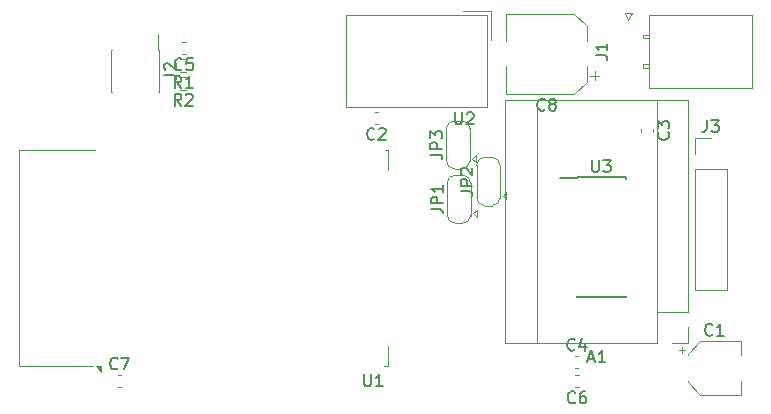
<source format=gbr>
G04 #@! TF.GenerationSoftware,KiCad,Pcbnew,9.0.1*
G04 #@! TF.CreationDate,2025-04-16T16:06:57+02:00*
G04 #@! TF.ProjectId,RulleGardin,52756c6c-6547-4617-9264-696e2e6b6963,rev?*
G04 #@! TF.SameCoordinates,Original*
G04 #@! TF.FileFunction,Legend,Top*
G04 #@! TF.FilePolarity,Positive*
%FSLAX46Y46*%
G04 Gerber Fmt 4.6, Leading zero omitted, Abs format (unit mm)*
G04 Created by KiCad (PCBNEW 9.0.1) date 2025-04-16 16:06:57*
%MOMM*%
%LPD*%
G01*
G04 APERTURE LIST*
%ADD10C,0.150000*%
%ADD11C,0.120000*%
G04 APERTURE END LIST*
D10*
X200133333Y-113659580D02*
X200085714Y-113707200D01*
X200085714Y-113707200D02*
X199942857Y-113754819D01*
X199942857Y-113754819D02*
X199847619Y-113754819D01*
X199847619Y-113754819D02*
X199704762Y-113707200D01*
X199704762Y-113707200D02*
X199609524Y-113611961D01*
X199609524Y-113611961D02*
X199561905Y-113516723D01*
X199561905Y-113516723D02*
X199514286Y-113326247D01*
X199514286Y-113326247D02*
X199514286Y-113183390D01*
X199514286Y-113183390D02*
X199561905Y-112992914D01*
X199561905Y-112992914D02*
X199609524Y-112897676D01*
X199609524Y-112897676D02*
X199704762Y-112802438D01*
X199704762Y-112802438D02*
X199847619Y-112754819D01*
X199847619Y-112754819D02*
X199942857Y-112754819D01*
X199942857Y-112754819D02*
X200085714Y-112802438D01*
X200085714Y-112802438D02*
X200133333Y-112850057D01*
X201085714Y-113754819D02*
X200514286Y-113754819D01*
X200800000Y-113754819D02*
X200800000Y-112754819D01*
X200800000Y-112754819D02*
X200704762Y-112897676D01*
X200704762Y-112897676D02*
X200609524Y-112992914D01*
X200609524Y-112992914D02*
X200514286Y-113040533D01*
X171508333Y-97089580D02*
X171460714Y-97137200D01*
X171460714Y-97137200D02*
X171317857Y-97184819D01*
X171317857Y-97184819D02*
X171222619Y-97184819D01*
X171222619Y-97184819D02*
X171079762Y-97137200D01*
X171079762Y-97137200D02*
X170984524Y-97041961D01*
X170984524Y-97041961D02*
X170936905Y-96946723D01*
X170936905Y-96946723D02*
X170889286Y-96756247D01*
X170889286Y-96756247D02*
X170889286Y-96613390D01*
X170889286Y-96613390D02*
X170936905Y-96422914D01*
X170936905Y-96422914D02*
X170984524Y-96327676D01*
X170984524Y-96327676D02*
X171079762Y-96232438D01*
X171079762Y-96232438D02*
X171222619Y-96184819D01*
X171222619Y-96184819D02*
X171317857Y-96184819D01*
X171317857Y-96184819D02*
X171460714Y-96232438D01*
X171460714Y-96232438D02*
X171508333Y-96280057D01*
X171889286Y-96280057D02*
X171936905Y-96232438D01*
X171936905Y-96232438D02*
X172032143Y-96184819D01*
X172032143Y-96184819D02*
X172270238Y-96184819D01*
X172270238Y-96184819D02*
X172365476Y-96232438D01*
X172365476Y-96232438D02*
X172413095Y-96280057D01*
X172413095Y-96280057D02*
X172460714Y-96375295D01*
X172460714Y-96375295D02*
X172460714Y-96470533D01*
X172460714Y-96470533D02*
X172413095Y-96613390D01*
X172413095Y-96613390D02*
X171841667Y-97184819D01*
X171841667Y-97184819D02*
X172460714Y-97184819D01*
X196389580Y-96541666D02*
X196437200Y-96589285D01*
X196437200Y-96589285D02*
X196484819Y-96732142D01*
X196484819Y-96732142D02*
X196484819Y-96827380D01*
X196484819Y-96827380D02*
X196437200Y-96970237D01*
X196437200Y-96970237D02*
X196341961Y-97065475D01*
X196341961Y-97065475D02*
X196246723Y-97113094D01*
X196246723Y-97113094D02*
X196056247Y-97160713D01*
X196056247Y-97160713D02*
X195913390Y-97160713D01*
X195913390Y-97160713D02*
X195722914Y-97113094D01*
X195722914Y-97113094D02*
X195627676Y-97065475D01*
X195627676Y-97065475D02*
X195532438Y-96970237D01*
X195532438Y-96970237D02*
X195484819Y-96827380D01*
X195484819Y-96827380D02*
X195484819Y-96732142D01*
X195484819Y-96732142D02*
X195532438Y-96589285D01*
X195532438Y-96589285D02*
X195580057Y-96541666D01*
X195484819Y-96208332D02*
X195484819Y-95589285D01*
X195484819Y-95589285D02*
X195865771Y-95922618D01*
X195865771Y-95922618D02*
X195865771Y-95779761D01*
X195865771Y-95779761D02*
X195913390Y-95684523D01*
X195913390Y-95684523D02*
X195961009Y-95636904D01*
X195961009Y-95636904D02*
X196056247Y-95589285D01*
X196056247Y-95589285D02*
X196294342Y-95589285D01*
X196294342Y-95589285D02*
X196389580Y-95636904D01*
X196389580Y-95636904D02*
X196437200Y-95684523D01*
X196437200Y-95684523D02*
X196484819Y-95779761D01*
X196484819Y-95779761D02*
X196484819Y-96065475D01*
X196484819Y-96065475D02*
X196437200Y-96160713D01*
X196437200Y-96160713D02*
X196389580Y-96208332D01*
X188470833Y-114929580D02*
X188423214Y-114977200D01*
X188423214Y-114977200D02*
X188280357Y-115024819D01*
X188280357Y-115024819D02*
X188185119Y-115024819D01*
X188185119Y-115024819D02*
X188042262Y-114977200D01*
X188042262Y-114977200D02*
X187947024Y-114881961D01*
X187947024Y-114881961D02*
X187899405Y-114786723D01*
X187899405Y-114786723D02*
X187851786Y-114596247D01*
X187851786Y-114596247D02*
X187851786Y-114453390D01*
X187851786Y-114453390D02*
X187899405Y-114262914D01*
X187899405Y-114262914D02*
X187947024Y-114167676D01*
X187947024Y-114167676D02*
X188042262Y-114072438D01*
X188042262Y-114072438D02*
X188185119Y-114024819D01*
X188185119Y-114024819D02*
X188280357Y-114024819D01*
X188280357Y-114024819D02*
X188423214Y-114072438D01*
X188423214Y-114072438D02*
X188470833Y-114120057D01*
X189327976Y-114358152D02*
X189327976Y-115024819D01*
X189089881Y-113977200D02*
X188851786Y-114691485D01*
X188851786Y-114691485D02*
X189470833Y-114691485D01*
X199666666Y-95504819D02*
X199666666Y-96219104D01*
X199666666Y-96219104D02*
X199619047Y-96361961D01*
X199619047Y-96361961D02*
X199523809Y-96457200D01*
X199523809Y-96457200D02*
X199380952Y-96504819D01*
X199380952Y-96504819D02*
X199285714Y-96504819D01*
X200047619Y-95504819D02*
X200666666Y-95504819D01*
X200666666Y-95504819D02*
X200333333Y-95885771D01*
X200333333Y-95885771D02*
X200476190Y-95885771D01*
X200476190Y-95885771D02*
X200571428Y-95933390D01*
X200571428Y-95933390D02*
X200619047Y-95981009D01*
X200619047Y-95981009D02*
X200666666Y-96076247D01*
X200666666Y-96076247D02*
X200666666Y-96314342D01*
X200666666Y-96314342D02*
X200619047Y-96409580D01*
X200619047Y-96409580D02*
X200571428Y-96457200D01*
X200571428Y-96457200D02*
X200476190Y-96504819D01*
X200476190Y-96504819D02*
X200190476Y-96504819D01*
X200190476Y-96504819D02*
X200095238Y-96457200D01*
X200095238Y-96457200D02*
X200047619Y-96409580D01*
X155158333Y-92784819D02*
X154825000Y-92308628D01*
X154586905Y-92784819D02*
X154586905Y-91784819D01*
X154586905Y-91784819D02*
X154967857Y-91784819D01*
X154967857Y-91784819D02*
X155063095Y-91832438D01*
X155063095Y-91832438D02*
X155110714Y-91880057D01*
X155110714Y-91880057D02*
X155158333Y-91975295D01*
X155158333Y-91975295D02*
X155158333Y-92118152D01*
X155158333Y-92118152D02*
X155110714Y-92213390D01*
X155110714Y-92213390D02*
X155063095Y-92261009D01*
X155063095Y-92261009D02*
X154967857Y-92308628D01*
X154967857Y-92308628D02*
X154586905Y-92308628D01*
X156110714Y-92784819D02*
X155539286Y-92784819D01*
X155825000Y-92784819D02*
X155825000Y-91784819D01*
X155825000Y-91784819D02*
X155729762Y-91927676D01*
X155729762Y-91927676D02*
X155634524Y-92022914D01*
X155634524Y-92022914D02*
X155539286Y-92070533D01*
X155158333Y-94284819D02*
X154825000Y-93808628D01*
X154586905Y-94284819D02*
X154586905Y-93284819D01*
X154586905Y-93284819D02*
X154967857Y-93284819D01*
X154967857Y-93284819D02*
X155063095Y-93332438D01*
X155063095Y-93332438D02*
X155110714Y-93380057D01*
X155110714Y-93380057D02*
X155158333Y-93475295D01*
X155158333Y-93475295D02*
X155158333Y-93618152D01*
X155158333Y-93618152D02*
X155110714Y-93713390D01*
X155110714Y-93713390D02*
X155063095Y-93761009D01*
X155063095Y-93761009D02*
X154967857Y-93808628D01*
X154967857Y-93808628D02*
X154586905Y-93808628D01*
X155539286Y-93380057D02*
X155586905Y-93332438D01*
X155586905Y-93332438D02*
X155682143Y-93284819D01*
X155682143Y-93284819D02*
X155920238Y-93284819D01*
X155920238Y-93284819D02*
X156015476Y-93332438D01*
X156015476Y-93332438D02*
X156063095Y-93380057D01*
X156063095Y-93380057D02*
X156110714Y-93475295D01*
X156110714Y-93475295D02*
X156110714Y-93570533D01*
X156110714Y-93570533D02*
X156063095Y-93713390D01*
X156063095Y-93713390D02*
X155491667Y-94284819D01*
X155491667Y-94284819D02*
X156110714Y-94284819D01*
X153699819Y-91683333D02*
X154414104Y-91683333D01*
X154414104Y-91683333D02*
X154556961Y-91730952D01*
X154556961Y-91730952D02*
X154652200Y-91826190D01*
X154652200Y-91826190D02*
X154699819Y-91969047D01*
X154699819Y-91969047D02*
X154699819Y-92064285D01*
X153795057Y-91254761D02*
X153747438Y-91207142D01*
X153747438Y-91207142D02*
X153699819Y-91111904D01*
X153699819Y-91111904D02*
X153699819Y-90873809D01*
X153699819Y-90873809D02*
X153747438Y-90778571D01*
X153747438Y-90778571D02*
X153795057Y-90730952D01*
X153795057Y-90730952D02*
X153890295Y-90683333D01*
X153890295Y-90683333D02*
X153985533Y-90683333D01*
X153985533Y-90683333D02*
X154128390Y-90730952D01*
X154128390Y-90730952D02*
X154699819Y-91302380D01*
X154699819Y-91302380D02*
X154699819Y-90683333D01*
X190239819Y-90033333D02*
X190954104Y-90033333D01*
X190954104Y-90033333D02*
X191096961Y-90080952D01*
X191096961Y-90080952D02*
X191192200Y-90176190D01*
X191192200Y-90176190D02*
X191239819Y-90319047D01*
X191239819Y-90319047D02*
X191239819Y-90414285D01*
X191239819Y-89033333D02*
X191239819Y-89604761D01*
X191239819Y-89319047D02*
X190239819Y-89319047D01*
X190239819Y-89319047D02*
X190382676Y-89414285D01*
X190382676Y-89414285D02*
X190477914Y-89509523D01*
X190477914Y-89509523D02*
X190525533Y-89604761D01*
X189635714Y-115709104D02*
X190111904Y-115709104D01*
X189540476Y-115994819D02*
X189873809Y-114994819D01*
X189873809Y-114994819D02*
X190207142Y-115994819D01*
X191064285Y-115994819D02*
X190492857Y-115994819D01*
X190778571Y-115994819D02*
X190778571Y-114994819D01*
X190778571Y-114994819D02*
X190683333Y-115137676D01*
X190683333Y-115137676D02*
X190588095Y-115232914D01*
X190588095Y-115232914D02*
X190492857Y-115280533D01*
X189938095Y-98899819D02*
X189938095Y-99709342D01*
X189938095Y-99709342D02*
X189985714Y-99804580D01*
X189985714Y-99804580D02*
X190033333Y-99852200D01*
X190033333Y-99852200D02*
X190128571Y-99899819D01*
X190128571Y-99899819D02*
X190319047Y-99899819D01*
X190319047Y-99899819D02*
X190414285Y-99852200D01*
X190414285Y-99852200D02*
X190461904Y-99804580D01*
X190461904Y-99804580D02*
X190509523Y-99709342D01*
X190509523Y-99709342D02*
X190509523Y-98899819D01*
X190890476Y-98899819D02*
X191509523Y-98899819D01*
X191509523Y-98899819D02*
X191176190Y-99280771D01*
X191176190Y-99280771D02*
X191319047Y-99280771D01*
X191319047Y-99280771D02*
X191414285Y-99328390D01*
X191414285Y-99328390D02*
X191461904Y-99376009D01*
X191461904Y-99376009D02*
X191509523Y-99471247D01*
X191509523Y-99471247D02*
X191509523Y-99709342D01*
X191509523Y-99709342D02*
X191461904Y-99804580D01*
X191461904Y-99804580D02*
X191414285Y-99852200D01*
X191414285Y-99852200D02*
X191319047Y-99899819D01*
X191319047Y-99899819D02*
X191033333Y-99899819D01*
X191033333Y-99899819D02*
X190938095Y-99852200D01*
X190938095Y-99852200D02*
X190890476Y-99804580D01*
X178338095Y-94864819D02*
X178338095Y-95674342D01*
X178338095Y-95674342D02*
X178385714Y-95769580D01*
X178385714Y-95769580D02*
X178433333Y-95817200D01*
X178433333Y-95817200D02*
X178528571Y-95864819D01*
X178528571Y-95864819D02*
X178719047Y-95864819D01*
X178719047Y-95864819D02*
X178814285Y-95817200D01*
X178814285Y-95817200D02*
X178861904Y-95769580D01*
X178861904Y-95769580D02*
X178909523Y-95674342D01*
X178909523Y-95674342D02*
X178909523Y-94864819D01*
X179338095Y-94960057D02*
X179385714Y-94912438D01*
X179385714Y-94912438D02*
X179480952Y-94864819D01*
X179480952Y-94864819D02*
X179719047Y-94864819D01*
X179719047Y-94864819D02*
X179814285Y-94912438D01*
X179814285Y-94912438D02*
X179861904Y-94960057D01*
X179861904Y-94960057D02*
X179909523Y-95055295D01*
X179909523Y-95055295D02*
X179909523Y-95150533D01*
X179909523Y-95150533D02*
X179861904Y-95293390D01*
X179861904Y-95293390D02*
X179290476Y-95864819D01*
X179290476Y-95864819D02*
X179909523Y-95864819D01*
X170643095Y-117039819D02*
X170643095Y-117849342D01*
X170643095Y-117849342D02*
X170690714Y-117944580D01*
X170690714Y-117944580D02*
X170738333Y-117992200D01*
X170738333Y-117992200D02*
X170833571Y-118039819D01*
X170833571Y-118039819D02*
X171024047Y-118039819D01*
X171024047Y-118039819D02*
X171119285Y-117992200D01*
X171119285Y-117992200D02*
X171166904Y-117944580D01*
X171166904Y-117944580D02*
X171214523Y-117849342D01*
X171214523Y-117849342D02*
X171214523Y-117039819D01*
X172214523Y-118039819D02*
X171643095Y-118039819D01*
X171928809Y-118039819D02*
X171928809Y-117039819D01*
X171928809Y-117039819D02*
X171833571Y-117182676D01*
X171833571Y-117182676D02*
X171738333Y-117277914D01*
X171738333Y-117277914D02*
X171643095Y-117325533D01*
X176312319Y-103033333D02*
X177026604Y-103033333D01*
X177026604Y-103033333D02*
X177169461Y-103080952D01*
X177169461Y-103080952D02*
X177264700Y-103176190D01*
X177264700Y-103176190D02*
X177312319Y-103319047D01*
X177312319Y-103319047D02*
X177312319Y-103414285D01*
X177312319Y-102557142D02*
X176312319Y-102557142D01*
X176312319Y-102557142D02*
X176312319Y-102176190D01*
X176312319Y-102176190D02*
X176359938Y-102080952D01*
X176359938Y-102080952D02*
X176407557Y-102033333D01*
X176407557Y-102033333D02*
X176502795Y-101985714D01*
X176502795Y-101985714D02*
X176645652Y-101985714D01*
X176645652Y-101985714D02*
X176740890Y-102033333D01*
X176740890Y-102033333D02*
X176788509Y-102080952D01*
X176788509Y-102080952D02*
X176836128Y-102176190D01*
X176836128Y-102176190D02*
X176836128Y-102557142D01*
X177312319Y-101033333D02*
X177312319Y-101604761D01*
X177312319Y-101319047D02*
X176312319Y-101319047D01*
X176312319Y-101319047D02*
X176455176Y-101414285D01*
X176455176Y-101414285D02*
X176550414Y-101509523D01*
X176550414Y-101509523D02*
X176598033Y-101604761D01*
X155208333Y-91189580D02*
X155160714Y-91237200D01*
X155160714Y-91237200D02*
X155017857Y-91284819D01*
X155017857Y-91284819D02*
X154922619Y-91284819D01*
X154922619Y-91284819D02*
X154779762Y-91237200D01*
X154779762Y-91237200D02*
X154684524Y-91141961D01*
X154684524Y-91141961D02*
X154636905Y-91046723D01*
X154636905Y-91046723D02*
X154589286Y-90856247D01*
X154589286Y-90856247D02*
X154589286Y-90713390D01*
X154589286Y-90713390D02*
X154636905Y-90522914D01*
X154636905Y-90522914D02*
X154684524Y-90427676D01*
X154684524Y-90427676D02*
X154779762Y-90332438D01*
X154779762Y-90332438D02*
X154922619Y-90284819D01*
X154922619Y-90284819D02*
X155017857Y-90284819D01*
X155017857Y-90284819D02*
X155160714Y-90332438D01*
X155160714Y-90332438D02*
X155208333Y-90380057D01*
X156113095Y-90284819D02*
X155636905Y-90284819D01*
X155636905Y-90284819D02*
X155589286Y-90761009D01*
X155589286Y-90761009D02*
X155636905Y-90713390D01*
X155636905Y-90713390D02*
X155732143Y-90665771D01*
X155732143Y-90665771D02*
X155970238Y-90665771D01*
X155970238Y-90665771D02*
X156065476Y-90713390D01*
X156065476Y-90713390D02*
X156113095Y-90761009D01*
X156113095Y-90761009D02*
X156160714Y-90856247D01*
X156160714Y-90856247D02*
X156160714Y-91094342D01*
X156160714Y-91094342D02*
X156113095Y-91189580D01*
X156113095Y-91189580D02*
X156065476Y-91237200D01*
X156065476Y-91237200D02*
X155970238Y-91284819D01*
X155970238Y-91284819D02*
X155732143Y-91284819D01*
X155732143Y-91284819D02*
X155636905Y-91237200D01*
X155636905Y-91237200D02*
X155589286Y-91189580D01*
X149758333Y-116529580D02*
X149710714Y-116577200D01*
X149710714Y-116577200D02*
X149567857Y-116624819D01*
X149567857Y-116624819D02*
X149472619Y-116624819D01*
X149472619Y-116624819D02*
X149329762Y-116577200D01*
X149329762Y-116577200D02*
X149234524Y-116481961D01*
X149234524Y-116481961D02*
X149186905Y-116386723D01*
X149186905Y-116386723D02*
X149139286Y-116196247D01*
X149139286Y-116196247D02*
X149139286Y-116053390D01*
X149139286Y-116053390D02*
X149186905Y-115862914D01*
X149186905Y-115862914D02*
X149234524Y-115767676D01*
X149234524Y-115767676D02*
X149329762Y-115672438D01*
X149329762Y-115672438D02*
X149472619Y-115624819D01*
X149472619Y-115624819D02*
X149567857Y-115624819D01*
X149567857Y-115624819D02*
X149710714Y-115672438D01*
X149710714Y-115672438D02*
X149758333Y-115720057D01*
X150091667Y-115624819D02*
X150758333Y-115624819D01*
X150758333Y-115624819D02*
X150329762Y-116624819D01*
X188508333Y-119389580D02*
X188460714Y-119437200D01*
X188460714Y-119437200D02*
X188317857Y-119484819D01*
X188317857Y-119484819D02*
X188222619Y-119484819D01*
X188222619Y-119484819D02*
X188079762Y-119437200D01*
X188079762Y-119437200D02*
X187984524Y-119341961D01*
X187984524Y-119341961D02*
X187936905Y-119246723D01*
X187936905Y-119246723D02*
X187889286Y-119056247D01*
X187889286Y-119056247D02*
X187889286Y-118913390D01*
X187889286Y-118913390D02*
X187936905Y-118722914D01*
X187936905Y-118722914D02*
X187984524Y-118627676D01*
X187984524Y-118627676D02*
X188079762Y-118532438D01*
X188079762Y-118532438D02*
X188222619Y-118484819D01*
X188222619Y-118484819D02*
X188317857Y-118484819D01*
X188317857Y-118484819D02*
X188460714Y-118532438D01*
X188460714Y-118532438D02*
X188508333Y-118580057D01*
X189365476Y-118484819D02*
X189175000Y-118484819D01*
X189175000Y-118484819D02*
X189079762Y-118532438D01*
X189079762Y-118532438D02*
X189032143Y-118580057D01*
X189032143Y-118580057D02*
X188936905Y-118722914D01*
X188936905Y-118722914D02*
X188889286Y-118913390D01*
X188889286Y-118913390D02*
X188889286Y-119294342D01*
X188889286Y-119294342D02*
X188936905Y-119389580D01*
X188936905Y-119389580D02*
X188984524Y-119437200D01*
X188984524Y-119437200D02*
X189079762Y-119484819D01*
X189079762Y-119484819D02*
X189270238Y-119484819D01*
X189270238Y-119484819D02*
X189365476Y-119437200D01*
X189365476Y-119437200D02*
X189413095Y-119389580D01*
X189413095Y-119389580D02*
X189460714Y-119294342D01*
X189460714Y-119294342D02*
X189460714Y-119056247D01*
X189460714Y-119056247D02*
X189413095Y-118961009D01*
X189413095Y-118961009D02*
X189365476Y-118913390D01*
X189365476Y-118913390D02*
X189270238Y-118865771D01*
X189270238Y-118865771D02*
X189079762Y-118865771D01*
X189079762Y-118865771D02*
X188984524Y-118913390D01*
X188984524Y-118913390D02*
X188936905Y-118961009D01*
X188936905Y-118961009D02*
X188889286Y-119056247D01*
X185933333Y-94609580D02*
X185885714Y-94657200D01*
X185885714Y-94657200D02*
X185742857Y-94704819D01*
X185742857Y-94704819D02*
X185647619Y-94704819D01*
X185647619Y-94704819D02*
X185504762Y-94657200D01*
X185504762Y-94657200D02*
X185409524Y-94561961D01*
X185409524Y-94561961D02*
X185361905Y-94466723D01*
X185361905Y-94466723D02*
X185314286Y-94276247D01*
X185314286Y-94276247D02*
X185314286Y-94133390D01*
X185314286Y-94133390D02*
X185361905Y-93942914D01*
X185361905Y-93942914D02*
X185409524Y-93847676D01*
X185409524Y-93847676D02*
X185504762Y-93752438D01*
X185504762Y-93752438D02*
X185647619Y-93704819D01*
X185647619Y-93704819D02*
X185742857Y-93704819D01*
X185742857Y-93704819D02*
X185885714Y-93752438D01*
X185885714Y-93752438D02*
X185933333Y-93800057D01*
X186504762Y-94133390D02*
X186409524Y-94085771D01*
X186409524Y-94085771D02*
X186361905Y-94038152D01*
X186361905Y-94038152D02*
X186314286Y-93942914D01*
X186314286Y-93942914D02*
X186314286Y-93895295D01*
X186314286Y-93895295D02*
X186361905Y-93800057D01*
X186361905Y-93800057D02*
X186409524Y-93752438D01*
X186409524Y-93752438D02*
X186504762Y-93704819D01*
X186504762Y-93704819D02*
X186695238Y-93704819D01*
X186695238Y-93704819D02*
X186790476Y-93752438D01*
X186790476Y-93752438D02*
X186838095Y-93800057D01*
X186838095Y-93800057D02*
X186885714Y-93895295D01*
X186885714Y-93895295D02*
X186885714Y-93942914D01*
X186885714Y-93942914D02*
X186838095Y-94038152D01*
X186838095Y-94038152D02*
X186790476Y-94085771D01*
X186790476Y-94085771D02*
X186695238Y-94133390D01*
X186695238Y-94133390D02*
X186504762Y-94133390D01*
X186504762Y-94133390D02*
X186409524Y-94181009D01*
X186409524Y-94181009D02*
X186361905Y-94228628D01*
X186361905Y-94228628D02*
X186314286Y-94323866D01*
X186314286Y-94323866D02*
X186314286Y-94514342D01*
X186314286Y-94514342D02*
X186361905Y-94609580D01*
X186361905Y-94609580D02*
X186409524Y-94657200D01*
X186409524Y-94657200D02*
X186504762Y-94704819D01*
X186504762Y-94704819D02*
X186695238Y-94704819D01*
X186695238Y-94704819D02*
X186790476Y-94657200D01*
X186790476Y-94657200D02*
X186838095Y-94609580D01*
X186838095Y-94609580D02*
X186885714Y-94514342D01*
X186885714Y-94514342D02*
X186885714Y-94323866D01*
X186885714Y-94323866D02*
X186838095Y-94228628D01*
X186838095Y-94228628D02*
X186790476Y-94181009D01*
X186790476Y-94181009D02*
X186695238Y-94133390D01*
X178812319Y-101533333D02*
X179526604Y-101533333D01*
X179526604Y-101533333D02*
X179669461Y-101580952D01*
X179669461Y-101580952D02*
X179764700Y-101676190D01*
X179764700Y-101676190D02*
X179812319Y-101819047D01*
X179812319Y-101819047D02*
X179812319Y-101914285D01*
X179812319Y-101057142D02*
X178812319Y-101057142D01*
X178812319Y-101057142D02*
X178812319Y-100676190D01*
X178812319Y-100676190D02*
X178859938Y-100580952D01*
X178859938Y-100580952D02*
X178907557Y-100533333D01*
X178907557Y-100533333D02*
X179002795Y-100485714D01*
X179002795Y-100485714D02*
X179145652Y-100485714D01*
X179145652Y-100485714D02*
X179240890Y-100533333D01*
X179240890Y-100533333D02*
X179288509Y-100580952D01*
X179288509Y-100580952D02*
X179336128Y-100676190D01*
X179336128Y-100676190D02*
X179336128Y-101057142D01*
X178907557Y-100104761D02*
X178859938Y-100057142D01*
X178859938Y-100057142D02*
X178812319Y-99961904D01*
X178812319Y-99961904D02*
X178812319Y-99723809D01*
X178812319Y-99723809D02*
X178859938Y-99628571D01*
X178859938Y-99628571D02*
X178907557Y-99580952D01*
X178907557Y-99580952D02*
X179002795Y-99533333D01*
X179002795Y-99533333D02*
X179098033Y-99533333D01*
X179098033Y-99533333D02*
X179240890Y-99580952D01*
X179240890Y-99580952D02*
X179812319Y-100152380D01*
X179812319Y-100152380D02*
X179812319Y-99533333D01*
X176254819Y-98433333D02*
X176969104Y-98433333D01*
X176969104Y-98433333D02*
X177111961Y-98480952D01*
X177111961Y-98480952D02*
X177207200Y-98576190D01*
X177207200Y-98576190D02*
X177254819Y-98719047D01*
X177254819Y-98719047D02*
X177254819Y-98814285D01*
X177254819Y-97957142D02*
X176254819Y-97957142D01*
X176254819Y-97957142D02*
X176254819Y-97576190D01*
X176254819Y-97576190D02*
X176302438Y-97480952D01*
X176302438Y-97480952D02*
X176350057Y-97433333D01*
X176350057Y-97433333D02*
X176445295Y-97385714D01*
X176445295Y-97385714D02*
X176588152Y-97385714D01*
X176588152Y-97385714D02*
X176683390Y-97433333D01*
X176683390Y-97433333D02*
X176731009Y-97480952D01*
X176731009Y-97480952D02*
X176778628Y-97576190D01*
X176778628Y-97576190D02*
X176778628Y-97957142D01*
X176254819Y-97052380D02*
X176254819Y-96433333D01*
X176254819Y-96433333D02*
X176635771Y-96766666D01*
X176635771Y-96766666D02*
X176635771Y-96623809D01*
X176635771Y-96623809D02*
X176683390Y-96528571D01*
X176683390Y-96528571D02*
X176731009Y-96480952D01*
X176731009Y-96480952D02*
X176826247Y-96433333D01*
X176826247Y-96433333D02*
X177064342Y-96433333D01*
X177064342Y-96433333D02*
X177159580Y-96480952D01*
X177159580Y-96480952D02*
X177207200Y-96528571D01*
X177207200Y-96528571D02*
X177254819Y-96623809D01*
X177254819Y-96623809D02*
X177254819Y-96909523D01*
X177254819Y-96909523D02*
X177207200Y-97004761D01*
X177207200Y-97004761D02*
X177159580Y-97052380D01*
D11*
X197300000Y-114940000D02*
X197800000Y-114940000D01*
X197550000Y-114690000D02*
X197550000Y-115190000D01*
X198040000Y-115304437D02*
X198040000Y-115440000D01*
X198040000Y-115304437D02*
X199104437Y-114240000D01*
X198040000Y-117695563D02*
X198040000Y-117560000D01*
X198040000Y-117695563D02*
X199104437Y-118760000D01*
X199104437Y-114240000D02*
X202560000Y-114240000D01*
X199104437Y-118760000D02*
X202560000Y-118760000D01*
X202560000Y-114240000D02*
X202560000Y-115440000D01*
X202560000Y-118760000D02*
X202560000Y-117560000D01*
X171815580Y-95810000D02*
X171534420Y-95810000D01*
X171815580Y-94790000D02*
X171534420Y-94790000D01*
X195110000Y-96234420D02*
X195110000Y-96515580D01*
X194090000Y-96234420D02*
X194090000Y-96515580D01*
X188496920Y-115490000D02*
X188778080Y-115490000D01*
X188496920Y-116510000D02*
X188778080Y-116510000D01*
X198670000Y-97050000D02*
X200000000Y-97050000D01*
X198670000Y-98380000D02*
X198670000Y-97050000D01*
X198670000Y-99650000D02*
X198670000Y-109870000D01*
X198670000Y-99650000D02*
X201330000Y-99650000D01*
X198670000Y-109870000D02*
X201330000Y-109870000D01*
X201330000Y-99650000D02*
X201330000Y-109870000D01*
X155562258Y-90377500D02*
X155087742Y-90377500D01*
X155562258Y-91422500D02*
X155087742Y-91422500D01*
X155562258Y-91877500D02*
X155087742Y-91877500D01*
X155562258Y-92922500D02*
X155087742Y-92922500D01*
X153245000Y-93165000D02*
X153180000Y-93165000D01*
X153245000Y-89535000D02*
X153245000Y-93165000D01*
X153245000Y-89535000D02*
X153180000Y-89535000D01*
X153180000Y-88260000D02*
X153180000Y-89535000D01*
X149280000Y-93165000D02*
X149215000Y-93165000D01*
X149280000Y-89535000D02*
X149215000Y-89535000D01*
X149215000Y-89535000D02*
X149215000Y-93165000D01*
X203515000Y-92820000D02*
X203515000Y-86580000D01*
X203515000Y-86580000D02*
X194755000Y-86580000D01*
X194755000Y-92820000D02*
X203515000Y-92820000D01*
X194755000Y-91100000D02*
X194755000Y-90800000D01*
X194755000Y-90800000D02*
X194285000Y-90800000D01*
X194755000Y-88600000D02*
X194755000Y-88300000D01*
X194755000Y-88300000D02*
X194285000Y-88300000D01*
X194755000Y-86580000D02*
X194755000Y-92820000D01*
X194285000Y-91100000D02*
X194755000Y-91100000D01*
X194285000Y-90800000D02*
X194285000Y-91100000D01*
X194285000Y-88600000D02*
X194755000Y-88600000D01*
X194285000Y-88300000D02*
X194285000Y-88600000D01*
X193285000Y-86450000D02*
X192985000Y-87050000D01*
X192985000Y-87050000D02*
X192685000Y-86450000D01*
X192685000Y-86450000D02*
X193285000Y-86450000D01*
X182600000Y-93820000D02*
X182600000Y-114400000D01*
X182600000Y-114400000D02*
X195430000Y-114400000D01*
X185270000Y-114400000D02*
X185270000Y-93820000D01*
X195430000Y-111730000D02*
X195430000Y-93820000D01*
X195430000Y-111730000D02*
X198100000Y-111730000D01*
X195430000Y-114400000D02*
X195430000Y-111730000D01*
X196700000Y-114400000D02*
X198100000Y-114400000D01*
X198100000Y-93820000D02*
X182600000Y-93820000D01*
X198100000Y-111730000D02*
X198100000Y-93820000D01*
X198100000Y-114400000D02*
X198100000Y-113000000D01*
D10*
X188625000Y-100370000D02*
X188625000Y-100395000D01*
X188625000Y-100370000D02*
X192775000Y-100370000D01*
X188625000Y-100395000D02*
X187250000Y-100395000D01*
X188625000Y-110520000D02*
X188625000Y-110415000D01*
X188625000Y-110520000D02*
X192775000Y-110520000D01*
X192775000Y-100370000D02*
X192775000Y-100475000D01*
X192775000Y-110520000D02*
X192775000Y-110415000D01*
D11*
X181350000Y-86250000D02*
X179020000Y-86250000D01*
X181020000Y-86580000D02*
X181020000Y-94430000D01*
X169080000Y-86580000D02*
X181020000Y-86580000D01*
X181350000Y-88700000D02*
X181350000Y-86250000D01*
X181020000Y-94430000D02*
X169080000Y-94430000D01*
X169080000Y-94430000D02*
X169080000Y-86580000D01*
X147845000Y-98045000D02*
X141425000Y-98045000D01*
X172675000Y-98055000D02*
X172675000Y-99715000D01*
X172415000Y-98055000D02*
X172675000Y-98055000D01*
X172675000Y-116295000D02*
X172675000Y-114635000D01*
X172315000Y-116295000D02*
X172675000Y-116295000D01*
X147675000Y-116300000D02*
X141425000Y-116300000D01*
X141425000Y-116300000D02*
X141425000Y-98045000D01*
X148400000Y-116800000D02*
X147900000Y-116300000D01*
X148400000Y-116300000D01*
X148400000Y-116800000D01*
G36*
X148400000Y-116800000D02*
G01*
X147900000Y-116300000D01*
X148400000Y-116300000D01*
X148400000Y-116800000D01*
G37*
X178957500Y-104250000D02*
X178357500Y-104250000D01*
X180157500Y-103700000D02*
X180157500Y-103100000D01*
X177657500Y-103600000D02*
X177657500Y-100800000D01*
X179857500Y-103400000D02*
X180157500Y-103700000D01*
X179857500Y-103400000D02*
X180157500Y-103100000D01*
X179657500Y-100800000D02*
X179657500Y-103600000D01*
X178357500Y-100150000D02*
X178957500Y-100150000D01*
X178357500Y-104250000D02*
G75*
G02*
X177657500Y-103550000I-1J699999D01*
G01*
X179657500Y-103550000D02*
G75*
G02*
X178957500Y-104250000I-699999J-1D01*
G01*
X177657500Y-100850000D02*
G75*
G02*
X178357500Y-100150000I700000J0D01*
G01*
X178957500Y-100150000D02*
G75*
G02*
X179657500Y-100850000I0J-700000D01*
G01*
X155515580Y-89910000D02*
X155234420Y-89910000D01*
X155515580Y-88890000D02*
X155234420Y-88890000D01*
X149784420Y-118110000D02*
X150065580Y-118110000D01*
X149784420Y-117090000D02*
X150065580Y-117090000D01*
X188815580Y-117090000D02*
X188534420Y-117090000D01*
X188815580Y-118110000D02*
X188534420Y-118110000D01*
X190537500Y-91747500D02*
X189750000Y-91747500D01*
X190143750Y-92141250D02*
X190143750Y-91353750D01*
X189510000Y-92245563D02*
X189510000Y-90960000D01*
X189510000Y-92245563D02*
X188445563Y-93310000D01*
X189510000Y-87554437D02*
X189510000Y-88840000D01*
X189510000Y-87554437D02*
X188445563Y-86490000D01*
X188445563Y-93310000D02*
X182690000Y-93310000D01*
X188445563Y-86490000D02*
X182690000Y-86490000D01*
X182690000Y-93310000D02*
X182690000Y-90960000D01*
X182690000Y-86490000D02*
X182690000Y-88840000D01*
X181457500Y-102750000D02*
X180857500Y-102750000D01*
X182657500Y-102200000D02*
X182657500Y-101600000D01*
X180157500Y-102100000D02*
X180157500Y-99300000D01*
X182357500Y-101900000D02*
X182657500Y-102200000D01*
X182357500Y-101900000D02*
X182657500Y-101600000D01*
X182157500Y-99300000D02*
X182157500Y-102100000D01*
X180857500Y-98650000D02*
X181457500Y-98650000D01*
X180857500Y-102750000D02*
G75*
G02*
X180157500Y-102050000I-1J699999D01*
G01*
X182157500Y-102050000D02*
G75*
G02*
X181457500Y-102750000I-699999J-1D01*
G01*
X180157500Y-99350000D02*
G75*
G02*
X180857500Y-98650000I700000J0D01*
G01*
X181457500Y-98650000D02*
G75*
G02*
X182157500Y-99350000I0J-700000D01*
G01*
X178900000Y-99650000D02*
X178300000Y-99650000D01*
X180100000Y-99100000D02*
X180100000Y-98500000D01*
X177600000Y-99000000D02*
X177600000Y-96200000D01*
X179800000Y-98800000D02*
X180100000Y-99100000D01*
X179800000Y-98800000D02*
X180100000Y-98500000D01*
X179600000Y-96200000D02*
X179600000Y-99000000D01*
X178300000Y-95550000D02*
X178900000Y-95550000D01*
X178300000Y-99650000D02*
G75*
G02*
X177600000Y-98950000I-1J699999D01*
G01*
X179600000Y-98950000D02*
G75*
G02*
X178900000Y-99650000I-699999J-1D01*
G01*
X177600000Y-96250000D02*
G75*
G02*
X178300000Y-95550000I700000J0D01*
G01*
X178900000Y-95550000D02*
G75*
G02*
X179600000Y-96250000I0J-700000D01*
G01*
M02*

</source>
